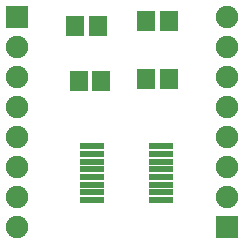
<source format=gts>
G04 DipTrace 3.1.0.0*
G04 MSPExampleSection1.gts*
%MOIN*%
G04 #@! TF.FileFunction,Soldermask,Top*
G04 #@! TF.Part,Single*
%ADD24R,0.078866X0.023748*%
%ADD26C,0.074929*%
%ADD28R,0.074929X0.074929*%
%ADD30R,0.059181X0.067055*%
%FSLAX26Y26*%
G04*
G70*
G90*
G75*
G01*
G04 TopMask*
%LPD*%
D30*
X660251Y950249D3*
X735054D3*
X960249Y956500D3*
X885446D3*
X647751Y1131500D3*
X722554D3*
D28*
X454009Y1162764D3*
D26*
Y1062764D3*
Y962764D3*
Y862764D3*
Y762764D3*
Y662764D3*
Y562764D3*
Y462764D3*
D28*
X1154000Y462751D3*
D26*
Y562751D3*
Y662751D3*
Y762751D3*
Y862751D3*
Y962751D3*
Y1062751D3*
Y1162751D3*
D30*
X885251Y1150249D3*
X960054D3*
D24*
X704000Y731500D3*
Y705909D3*
Y680319D3*
Y654728D3*
Y629138D3*
Y603547D3*
Y577957D3*
Y552366D3*
X932354D3*
X932346Y577957D3*
Y603547D3*
Y629138D3*
Y654728D3*
Y680319D3*
Y705909D3*
Y731500D3*
M02*

</source>
